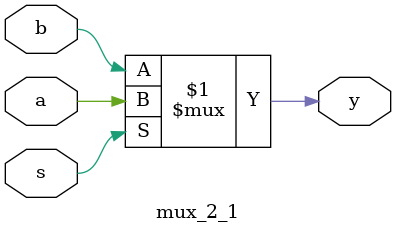
<source format=v>
`timescale 1ns / 1ps
module mux_2_1( input a, input b, input s,output y);

	assign y=(s)?a:b;

endmodule

</source>
